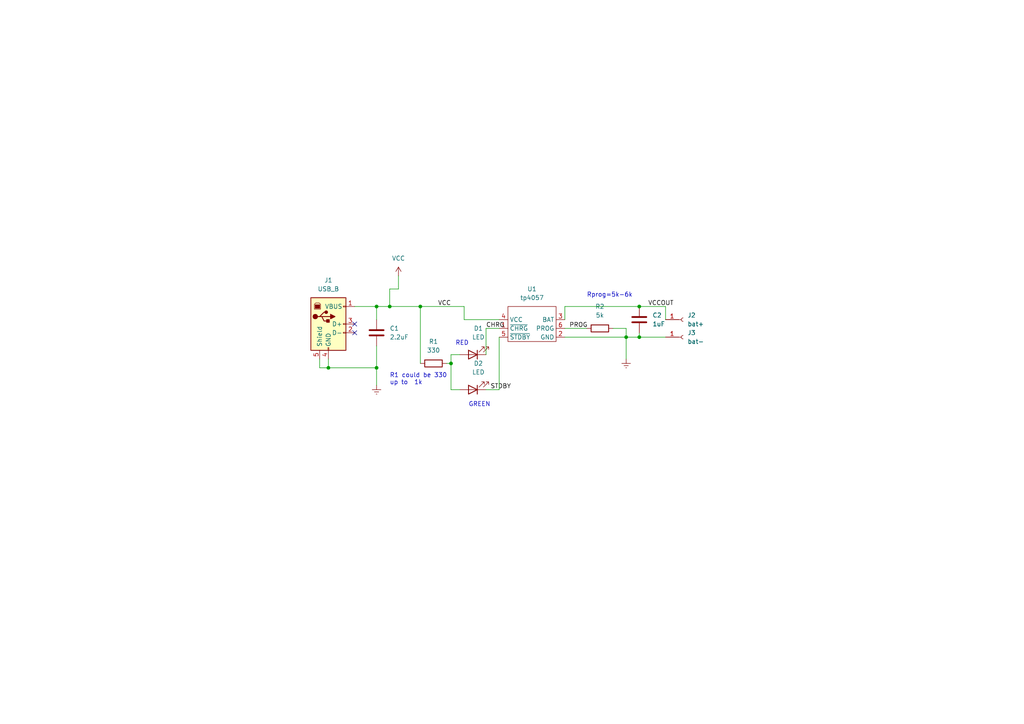
<source format=kicad_sch>
(kicad_sch (version 20211123) (generator eeschema)
  (paper "A4")
  (lib_symbols
    (symbol "Connector:Conn_01x01_Female" (pin_names (offset 1.016) hide)
      (property "Reference" "J" (at 0 2.54 0))
      (property "Value" "Conn_01x01_Female" (at 0 -2.54 0))
      (symbol "Conn_01x01_Female_1_1"
        (polyline (pts (xy -1.27 0) (xy -0.508 0)) (stroke (width 0.1524)))
        (arc (start 0 0.508) (mid -0.508 0) (end 0 -0.508) (stroke (width 0.1524)))
        (pin passive line (at -5.08 0 0) (length 3.81) (name "Pin_1") (number "1"))
      )
    )
    (symbol "Connector:USB_B" (pin_names (offset 1.016))
      (property "Reference" "J" (at -5.08 11.43 0))
      (property "Value" "USB_B" (at -5.08 8.89 0))
      (symbol "USB_B_0_1"
        (rectangle (start -5.08 -7.62) (end 5.08 7.62) (stroke (width 0.254)) (fill (type background)))
        (circle (center -3.81 2.159) (radius 0.635) (stroke (width 0.254)) (fill (type outline)))
        (rectangle (start -3.81 5.588) (end -2.54 4.572) (fill (type outline)))
        (circle (center -0.635 3.429) (radius 0.381) (stroke (width 0.254)) (fill (type outline)))
        (rectangle (start -0.127 -7.62) (end 0.127 -6.858))
        (polyline (pts (xy -1.905 2.159) (xy 0.635 2.159)) (stroke (width 0.254)))
        (polyline (pts (xy -3.175 2.159) (xy -2.54 2.159) (xy -1.27 3.429) (xy -0.635 3.429)) (stroke (width 0.254)))
        (polyline (pts (xy -2.54 2.159) (xy -1.905 2.159) (xy -1.27 0.889) (xy 0 0.889)) (stroke (width 0.254)))
        (polyline (pts (xy 0.635 2.794) (xy 0.635 1.524) (xy 1.905 2.159) (xy 0.635 2.794)) (stroke (width 0.254)) (fill (type outline)))
        (polyline (pts (xy -4.064 4.318) (xy -2.286 4.318) (xy -2.286 5.715) (xy -2.667 6.096) (xy -3.683 6.096) (xy -4.064 5.715) (xy -4.064 4.318)))
        (rectangle (start 0.254 1.27) (end -0.508 0.508) (stroke (width 0.254)) (fill (type outline)))
        (rectangle (start 5.08 -2.667) (end 4.318 -2.413))
        (rectangle (start 5.08 -0.127) (end 4.318 0.127))
        (rectangle (start 5.08 4.953) (end 4.318 5.207))
      )
      (symbol "USB_B_1_1"
        (pin power_out line (at 7.62 5.08 180) (length 2.54) (name "VBUS") (number "1"))
        (pin bidirectional line (at 7.62 -2.54 180) (length 2.54) (name "D-") (number "2"))
        (pin bidirectional line (at 7.62 0 180) (length 2.54) (name "D+") (number "3"))
        (pin power_out line (at 0 -10.16 90) (length 2.54) (name "GND") (number "4"))
        (pin passive line (at -2.54 -10.16 90) (length 2.54) (name "Shield") (number "5"))
      )
    )
    (symbol "Device:C" (pin_numbers hide) (pin_names (offset 0.254))
      (property "Reference" "C" (at 0.635 2.54 0))
      (property "Value" "C" (at 0.635 -2.54 0))
      (symbol "C_0_1"
        (polyline (pts (xy -2.032 -0.762) (xy 2.032 -0.762)) (stroke (width 0.508)))
        (polyline (pts (xy -2.032 0.762) (xy 2.032 0.762)) (stroke (width 0.508)))
      )
      (symbol "C_1_1"
        (pin passive line (at 0 3.81 270) (length 2.794) (name "~") (number "1"))
        (pin passive line (at 0 -3.81 90) (length 2.794) (name "~") (number "2"))
      )
    )
    (symbol "Device:LED" (pin_numbers hide) (pin_names (offset 1.016) hide)
      (property "Reference" "D" (at 0 2.54 0))
      (property "Value" "LED" (at 0 -2.54 0))
      (symbol "LED_0_1"
        (polyline (pts (xy -1.27 -1.27) (xy -1.27 1.27)) (stroke (width 0.254)))
        (polyline (pts (xy -1.27 0) (xy 1.27 0)))
        (polyline (pts (xy 1.27 -1.27) (xy 1.27 1.27) (xy -1.27 0) (xy 1.27 -1.27)) (stroke (width 0.254)))
        (polyline (pts (xy -3.048 -0.762) (xy -4.572 -2.286) (xy -3.81 -2.286) (xy -4.572 -2.286) (xy -4.572 -1.524)))
        (polyline (pts (xy -1.778 -0.762) (xy -3.302 -2.286) (xy -2.54 -2.286) (xy -3.302 -2.286) (xy -3.302 -1.524)))
      )
      (symbol "LED_1_1"
        (pin passive line (at -3.81 0 0) (length 2.54) (name "K") (number "1"))
        (pin passive line (at 3.81 0 180) (length 2.54) (name "A") (number "2"))
      )
    )
    (symbol "Device:R" (pin_numbers hide) (pin_names (offset 0))
      (property "Reference" "R" (at 2.032 0 90))
      (property "Value" "R" (at 0 0 90))
      (symbol "R_0_1"
        (rectangle (start -1.016 -2.54) (end 1.016 2.54) (stroke (width 0.254)))
      )
      (symbol "R_1_1"
        (pin passive line (at 0 3.81 270) (length 1.27) (name "~") (number "1"))
        (pin passive line (at 0 -3.81 90) (length 1.27) (name "~") (number "2"))
      )
    )
    (symbol "power:Earth" (power) (pin_names (offset 0))
      (symbol "Earth_0_1"
        (polyline (pts (xy -0.635 -1.905) (xy 0.635 -1.905)))
        (polyline (pts (xy -0.127 -2.54) (xy 0.127 -2.54)))
        (polyline (pts (xy 0 -1.27) (xy 0 0)))
        (polyline (pts (xy 1.27 -1.27) (xy -1.27 -1.27)))
      )
      (symbol "Earth_1_1"
        (pin power_in line (at 0 0 270) (length 0) hide (name "Earth") (number "1"))
      )
    )
    (symbol "power:VCC" (power) (pin_names (offset 0))
      (property "Value" "VCC" (at 0 3.81 0))
      (symbol "VCC_0_1"
        (polyline (pts (xy -0.762 1.27) (xy 0 2.54)))
        (polyline (pts (xy 0 0) (xy 0 2.54)))
        (polyline (pts (xy 0 2.54) (xy 0.762 1.27)))
      )
      (symbol "VCC_1_1"
        (pin power_in line (at 0 0 90) (length 0) hide (name "VCC") (number "1"))
      )
    )
    (symbol "tp4057:tp4057"
      (property "Reference" "U" (at 1.27 11.43 0))
      (property "Value" "tp4057" (at 6.35 8.89 0))
      (symbol "tp4057_0_1"
        (rectangle (start 0 10.16) (end 13.97 0))
      )
      (symbol "tp4057_1_1"
        (pin input line (at -2.54 3.81 0) (length 2.54) (name "~{CHRG}") (number "1"))
        (pin input line (at 16.51 1.27 180) (length 2.54) (name "GND") (number "2"))
        (pin input line (at 16.51 6.35 180) (length 2.54) (name "BAT") (number "3"))
        (pin input line (at -2.54 6.35 0) (length 2.54) (name "VCC") (number "4"))
        (pin input line (at -2.54 1.27 0) (length 2.54) (name "~{STDBY}") (number "5"))
        (pin input line (at 16.51 3.81 180) (length 2.54) (name "PROG") (number "6"))
      )
    )
  )
  (junction (at 109.22 88.9))
  (junction (at 185.42 88.9))
  (junction (at 121.92 88.9))
  (junction (at 113.03 88.9))
  (junction (at 181.61 97.79))
  (junction (at 130.81 105.41))
  (junction (at 185.42 97.79))
  (junction (at 95.25 106.68))
  (junction (at 109.22 106.68))
  (no_connect (at 102.87 93.98))
  (no_connect (at 102.87 96.52))
  (wire (pts (xy 181.61 97.79) (xy 185.42 97.79)))
  (wire (pts (xy 115.57 80.01) (xy 115.57 83.82)))
  (wire (pts (xy 92.71 106.68) (xy 95.25 106.68)))
  (wire (pts (xy 185.42 88.9) (xy 193.04 88.9)))
  (wire (pts (xy 140.97 95.25) (xy 140.97 102.87)))
  (wire (pts (xy 163.83 88.9) (xy 185.42 88.9)))
  (wire (pts (xy 92.71 104.14) (xy 92.71 106.68)))
  (wire (pts (xy 129.54 105.41) (xy 130.81 105.41)))
  (wire (pts (xy 185.42 96.52) (xy 185.42 97.79)))
  (wire (pts (xy 185.42 97.79) (xy 193.04 97.79)))
  (wire (pts (xy 95.25 104.14) (xy 95.25 106.68)))
  (wire (pts (xy 113.03 83.82) (xy 113.03 88.9)))
  (wire (pts (xy 121.92 88.9) (xy 121.92 105.41)))
  (wire (pts (xy 130.81 102.87) (xy 133.35 102.87)))
  (wire (pts (xy 109.22 106.68) (xy 109.22 111.76)))
  (wire (pts (xy 130.81 113.03) (xy 130.81 105.41)))
  (wire (pts (xy 109.22 88.9) (xy 109.22 92.71)))
  (wire (pts (xy 95.25 106.68) (xy 109.22 106.68)))
  (wire (pts (xy 134.62 92.71) (xy 134.62 88.9)))
  (wire (pts (xy 140.97 113.03) (xy 144.78 113.03)))
  (wire (pts (xy 193.04 88.9) (xy 193.04 92.71)))
  (wire (pts (xy 177.8 95.25) (xy 181.61 95.25)))
  (wire (pts (xy 163.83 88.9) (xy 163.83 92.71)))
  (wire (pts (xy 144.78 92.71) (xy 134.62 92.71)))
  (wire (pts (xy 109.22 88.9) (xy 102.87 88.9)))
  (wire (pts (xy 109.22 88.9) (xy 113.03 88.9)))
  (wire (pts (xy 181.61 95.25) (xy 181.61 97.79)))
  (wire (pts (xy 133.35 113.03) (xy 130.81 113.03)))
  (wire (pts (xy 121.92 88.9) (xy 113.03 88.9)))
  (wire (pts (xy 115.57 83.82) (xy 113.03 83.82)))
  (wire (pts (xy 134.62 88.9) (xy 121.92 88.9)))
  (wire (pts (xy 144.78 95.25) (xy 140.97 95.25)))
  (wire (pts (xy 181.61 97.79) (xy 181.61 104.14)))
  (wire (pts (xy 109.22 100.33) (xy 109.22 106.68)))
  (wire (pts (xy 144.78 113.03) (xy 144.78 97.79)))
  (wire (pts (xy 130.81 105.41) (xy 130.81 102.87)))
  (wire (pts (xy 163.83 97.79) (xy 181.61 97.79)))
  (wire (pts (xy 163.83 95.25) (xy 170.18 95.25)))
  (text "R1 could be 330\nup to  1k\n" (at 113.03 111.76 0) (effects (font (size 1.27 1.27)) (justify left bottom)))
  (text "RED" (at 132.08 100.33 0) (effects (font (size 1.27 1.27)) (justify left bottom)))
  (text "GREEN" (at 135.89 118.11 0) (effects (font (size 1.27 1.27)) (justify left bottom)))
  (text "Rprog=5k-6k\n" (at 170.18 86.36 0) (effects (font (size 1.27 1.27)) (justify left bottom)))
  (label "STDBY" (at 142.24 113.03 0))
  (label "CHRG" (at 140.97 95.25 0))
  (label "PROG" (at 165.1 95.25 0))
  (label "VCC" (at 127 88.9 0))
  (label "VCCOUT" (at 187.96 88.9 0))
  (symbol (lib_id "power:Earth") (at 181.61 104.14 0) (unit 1)
    (property "Reference" "#PWR03" (effects hide))
    (property "Value" "Earth" (effects hide))
  )
  (symbol (lib_id "Device:LED") (at 137.16 113.03 180) (unit 1)
    (property "Reference" "D2" (at 138.7475 105.41 0))
    (property "Value" "LED" (at 138.7475 107.95 0))
    (property "Footprint" "LED_THT:LED_D3.0mm_Clear" (effects hide))
  )
  (symbol (lib_id "Device:R") (at 125.73 105.41 90) (unit 1)
    (property "Reference" "R1" (at 125.73 99.06 90))
    (property "Value" "330" (at 125.73 101.6 90))
    (property "Footprint" "Resistor_SMD:R_0603_1608Metric_Pad0.98x0.95mm_HandSolder" (effects hide))
  )
  (symbol (lib_id "Device:R") (at 173.99 95.25 90) (unit 1)
    (property "Reference" "R2" (at 173.99 88.9 90))
    (property "Value" "5k" (at 173.99 91.44 90))
    (property "Footprint" "Resistor_THT:R_Axial_DIN0207_L6.3mm_D2.5mm_P10.16mm_Horizontal" (effects hide))
  )
  (symbol (lib_id "Connector:Conn_01x01_Female") (at 198.12 92.71 0) (unit 1)
    (property "Reference" "J2" (at 199.39 91.4399 0) (effects (justify left)))
    (property "Value" "bat+" (at 199.39 93.9799 0) (effects (justify left)))
    (property "Footprint" "Connector_PinHeader_2.54mm:PinHeader_1x01_P2.54mm_Vertical" (effects hide))
  )
  (symbol (lib_id "tp4057:tp4057") (at 147.32 99.06 0) (unit 1)
    (property "Reference" "U1" (at 154.305 83.82 0))
    (property "Value" "tp4057" (at 154.305 86.36 0))
    (property "Footprint" "Package_TO_SOT_SMD:SOT-23-6_Handsoldering" (effects hide))
  )
  (symbol (lib_id "Device:LED") (at 137.16 102.87 180) (unit 1)
    (property "Reference" "D1" (at 138.7475 95.25 0))
    (property "Value" "LED" (at 138.7475 97.79 0))
    (property "Footprint" "LED_THT:LED_D3.0mm" (effects hide))
  )
  (symbol (lib_id "Device:C") (at 109.22 96.52 0) (unit 1)
    (property "Reference" "C1" (at 113.03 95.2499 0) (effects (justify left)))
    (property "Value" "2.2uF" (at 113.03 97.7899 0) (effects (justify left)))
    (property "Footprint" "Capacitor_SMD:C_0603_1608Metric_Pad1.08x0.95mm_HandSolder" (effects hide))
  )
  (symbol (lib_id "Connector:Conn_01x01_Female") (at 198.12 97.79 0) (unit 1)
    (property "Reference" "J3" (at 199.39 96.5199 0) (effects (justify left)))
    (property "Value" "bat-" (at 199.39 99.0599 0) (effects (justify left)))
    (property "Footprint" "Connector_PinHeader_2.54mm:PinHeader_1x01_P2.54mm_Vertical" (effects hide))
  )
  (symbol (lib_id "power:VCC") (at 115.57 80.01 0) (unit 1)
    (property "Reference" "#PWR02" (effects hide))
    (property "Value" "VCC" (at 115.57 74.93 0))
  )
  (symbol (lib_id "Device:C") (at 185.42 92.71 0) (unit 1)
    (property "Reference" "C2" (at 189.23 91.4399 0) (effects (justify left)))
    (property "Value" "1uF" (at 189.23 93.9799 0) (effects (justify left)))
    (property "Footprint" "Capacitor_SMD:C_0603_1608Metric_Pad1.08x0.95mm_HandSolder" (effects hide))
  )
  (symbol (lib_id "Connector:USB_B") (at 95.25 93.98 0) (unit 1)
    (property "Reference" "J1" (at 95.25 81.28 0))
    (property "Value" "USB_B" (at 95.25 83.82 0))
    (property "Footprint" "Connector_USB:USB_B_Lumberg_2411_02_Horizontal" (effects hide))
    (property "Datasheet" " ~" (effects hide))
  )
  (symbol (lib_id "power:Earth") (at 109.22 111.76 0) (unit 1)
    (property "Reference" "#PWR01" (effects hide))
    (property "Value" "Earth" (effects hide))
  )
)
</source>
